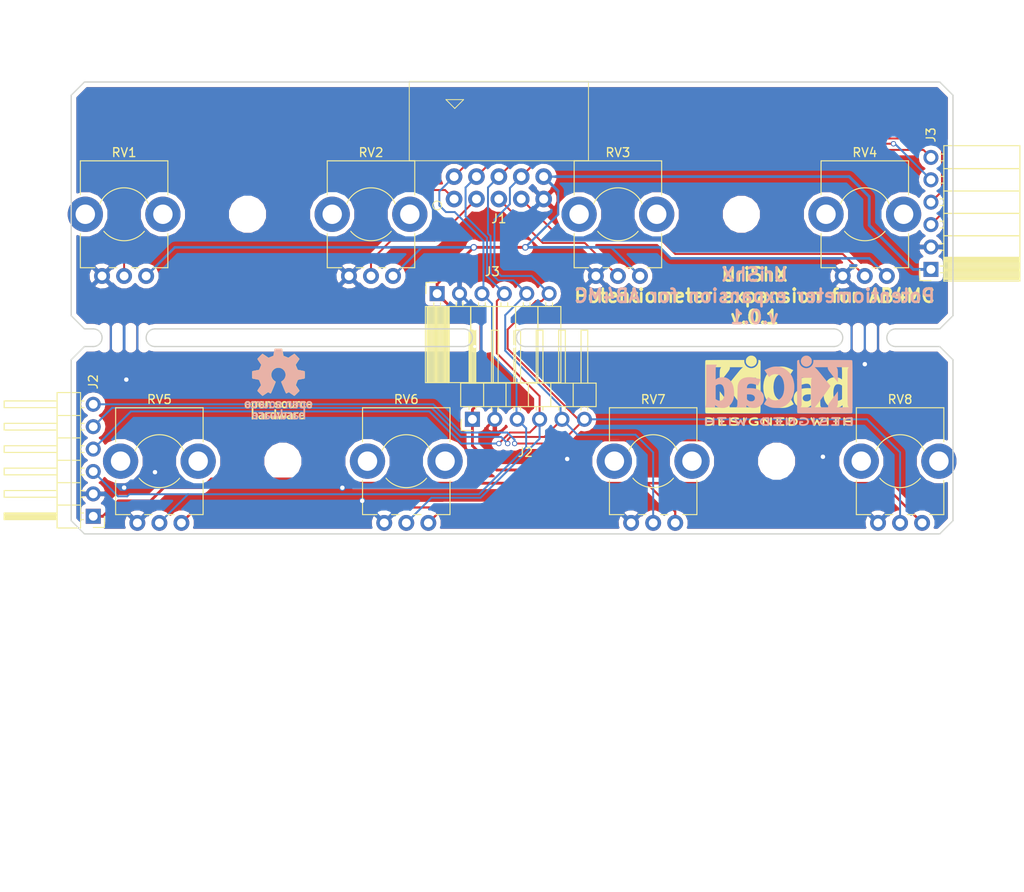
<source format=kicad_pcb>
(kicad_pcb (version 4) (host pcbnew 4.0.7-e2-6376~58~ubuntu16.04.1)
  (title_block (title "Potentiometer sub-board for AB4MC") (date 2018-08-14) (rev 0.1) (company URiShX) (comment 3 "Fitted to 100x100 sq."))
  (layers (0 F.Cu signal) (31 B.Cu signal) (34 B.Paste user) (35 F.Paste user) (36 B.SilkS user) (37 F.SilkS user) (38 B.Mask user) (39 F.Mask user) (44 Edge.Cuts user))
  (net 0 "")
  (net 1 "Net-(J1-Pad1)")
  (net 2 "Net-(J1-Pad2)")
  (net 3 "Net-(J1-Pad3)")
  (net 4 "Net-(J1-Pad4)")
  (net 5 "Net-(J1-Pad5)")
  (net 6 "Net-(J1-Pad6)")
  (net 7 "Net-(J1-Pad7)")
  (net 8 "Net-(J1-Pad8)")
  (net 9 GND)
  (net 10 VCC)
  (module Socket_Strips:Socket_Strip_Angled_1x06_Pitch2.54mm (layer F.Cu) (at 126.5 97.25 90)
    (fp_text reference J3 (at 2.5 6.25 180) (layer F.SilkS))
    (fp_text value Conn_01x06_Female hide)
    (pad 1 thru_hole rect (at 0 0 90) (size 1.7 1.7) (drill 1) (layers *.Cu *.Mask) (net 10 VCC))
    (pad 2 thru_hole oval (at 0 2.54 90) (size 1.7 1.7) (drill 1) (layers *.Cu *.Mask) (net 9 GND))
    (pad 3 thru_hole oval (at 0 5.08 90) (size 1.7 1.7) (drill 1) (layers *.Cu *.Mask) (net 2 "Net-(J1-Pad2)"))
    (pad 4 thru_hole oval (at 0 7.62 90) (size 1.7 1.7) (drill 1) (layers *.Cu *.Mask) (net 4 "Net-(J1-Pad4)"))
    (pad 5 thru_hole oval (at 0 10.16 90) (size 1.7 1.7) (drill 1) (layers *.Cu *.Mask) (net 6 "Net-(J1-Pad6)"))
    (pad 6 thru_hole oval (at 0 12.7 90) (size 1.7 1.7) (drill 1) (layers *.Cu *.Mask) (net 8 "Net-(J1-Pad8)"))
  )
  (module Pin_Headers:Pin_Header_Angled_1x06_Pitch2.54mm (layer F.Cu) (at 130.5 111.5 90)
    (fp_text reference J2 (at -3.75 6 180) (layer F.SilkS))
    (fp_text value Conn_01x06_Male hide)
    (pad 1 thru_hole rect (at 0 0 90) (size 1.7 1.7) (drill 1) (layers *.Cu *.Mask) (net 10 VCC))
    (pad 2 thru_hole oval (at 0 2.54 90) (size 1.7 1.7) (drill 1) (layers *.Cu *.Mask) (net 9 GND))
    (pad 3 thru_hole oval (at 0 5.08 90) (size 1.7 1.7) (drill 1) (layers *.Cu *.Mask) (net 2 "Net-(J1-Pad2)"))
    (pad 4 thru_hole oval (at 0 7.62 90) (size 1.7 1.7) (drill 1) (layers *.Cu *.Mask) (net 4 "Net-(J1-Pad4)"))
    (pad 5 thru_hole oval (at 0 10.16 90) (size 1.7 1.7) (drill 1) (layers *.Cu *.Mask) (net 6 "Net-(J1-Pad6)"))
    (pad 6 thru_hole oval (at 0 12.7 90) (size 1.7 1.7) (drill 1) (layers *.Cu *.Mask) (net 8 "Net-(J1-Pad8)"))
  )
  (module MyFootprintLib:Mouse_bites (layer F.Cu) (at 175 102.25)
    (fp_text reference REF** hide)
    (fp_text value "Mouse bites" hide)
    (pad "" np_thru_hole circle (at -2.25 -1) (size 0.35 0.35) (drill 0.35) (layers *.Cu *.Mask))
    (pad "" np_thru_hole circle (at -0.75 -1) (size 0.35 0.35) (drill 0.35) (layers *.Cu *.Mask))
    (pad "" np_thru_hole circle (at 0.75 -1) (size 0.35 0.35) (drill 0.35) (layers *.Cu *.Mask))
    (pad "" np_thru_hole circle (at 2.25 -1) (size 0.35 0.35) (drill 0.35) (layers *.Cu *.Mask))
    (pad "" np_thru_hole circle (at -2.25 1) (size 0.35 0.35) (drill 0.35) (layers *.Cu *.Mask))
    (pad "" np_thru_hole circle (at -0.75 1) (size 0.35 0.35) (drill 0.35) (layers *.Cu *.Mask))
    (pad "" np_thru_hole circle (at 0.75 1) (size 0.35 0.35) (drill 0.35) (layers *.Cu *.Mask))
    (pad "" np_thru_hole circle (at 2.25 1) (size 0.35 0.35) (drill 0.35) (layers *.Cu *.Mask))
  )
  (module 2X5-SHROUDED_rightAngle (layer F.Cu) (at 133.5 85.25 90)
    (fp_text reference J1 (at -3.5 0 180) (layer F.SilkS))
    (fp_text value Conn_02x05_Odd_Even hide)
    (pad 1 thru_hole circle (at -1.27 -5.08 90) (size 1.8796 1.8796) (drill 1.016) (layers *.Cu *.Mask) (net 1 "Net-(J1-Pad1)"))
    (pad 2 thru_hole circle (at 1.27 -5.08 90) (size 1.8796 1.8796) (drill 1.016) (layers *.Cu *.Mask) (net 2 "Net-(J1-Pad2)"))
    (pad 3 thru_hole circle (at -1.27 -2.54 90) (size 1.8796 1.8796) (drill 1.016) (layers *.Cu *.Mask) (net 3 "Net-(J1-Pad3)"))
    (pad 4 thru_hole circle (at 1.27 -2.54 90) (size 1.8796 1.8796) (drill 1.016) (layers *.Cu *.Mask) (net 4 "Net-(J1-Pad4)"))
    (pad 5 thru_hole circle (at -1.27 0 90) (size 1.8796 1.8796) (drill 1.016) (layers *.Cu *.Mask) (net 5 "Net-(J1-Pad5)"))
    (pad 6 thru_hole circle (at 1.27 0 90) (size 1.8796 1.8796) (drill 1.016) (layers *.Cu *.Mask) (net 6 "Net-(J1-Pad6)"))
    (pad 7 thru_hole circle (at -1.27 2.54 90) (size 1.8796 1.8796) (drill 1.016) (layers *.Cu *.Mask) (net 7 "Net-(J1-Pad7)"))
    (pad 8 thru_hole circle (at 1.27 2.54 90) (size 1.8796 1.8796) (drill 1.016) (layers *.Cu *.Mask) (net 8 "Net-(J1-Pad8)"))
    (pad 9 thru_hole circle (at -1.27 5.08 90) (size 1.8796 1.8796) (drill 1.016) (layers *.Cu *.Mask) (net 9 GND))
    (pad 10 thru_hole circle (at 1.27 5.08 90) (size 1.8796 1.8796) (drill 1.016) (layers *.Cu *.Mask) (net 10 VCC))
  )
  (module Mounting_Holes:MountingHole_3.2mm_M3 (layer F.Cu) (at 165 116.25)
    (fp_text reference REF** hide)
    (fp_text value MountingHole_3.2mm_M3 hide)
    (pad 1 np_thru_hole circle (at 0 0) (size 3.2 3.2) (drill 3.2) (layers *.Cu *.Mask))
  )
  (module Mounting_Holes:MountingHole_3.2mm_M3 (layer F.Cu) (at 161 88.25)
    (fp_text reference REF** hide)
    (fp_text value MountingHole_3.2mm_M3 hide)
    (pad 1 np_thru_hole circle (at 0 0) (size 3.2 3.2) (drill 3.2) (layers *.Cu *.Mask))
  )
  (module Mounting_Holes:MountingHole_3.2mm_M3 (layer F.Cu) (at 109 116.25)
    (fp_text reference REF** hide)
    (fp_text value MountingHole_3.2mm_M3 hide)
    (pad 1 np_thru_hole circle (at 0 0) (size 3.2 3.2) (drill 3.2) (layers *.Cu *.Mask))
  )
  (module Symbols:OSHW-Logo_7.5x8mm_SilkScreen (layer F.Cu) (at 108.5 107.5)
    (fp_text reference REF*** hide)
    (fp_text value OSHW-Logo_7.5x8mm_SilkScreen hide)
  )
  (module Symbols:KiCad-Logo2_8mm_SilkScreen (layer B.Cu) (at 165.25 108.25 180)
    (fp_text reference REF*** hide)
    (fp_text value KiCad-Logo2_8mm_SilkScreen hide)
  )
  (module MyFootprintLib:Mouse_bites (layer F.Cu) (at 91 102.25)
    (fp_text reference REF** hide)
    (fp_text value "Mouse bites" hide)
    (pad "" np_thru_hole circle (at -2.25 -1) (size 0.35 0.35) (drill 0.35) (layers *.Cu *.Mask))
    (pad "" np_thru_hole circle (at -0.75 -1) (size 0.35 0.35) (drill 0.35) (layers *.Cu *.Mask))
    (pad "" np_thru_hole circle (at 0.75 -1) (size 0.35 0.35) (drill 0.35) (layers *.Cu *.Mask))
    (pad "" np_thru_hole circle (at 2.25 -1) (size 0.35 0.35) (drill 0.35) (layers *.Cu *.Mask))
    (pad "" np_thru_hole circle (at -2.25 1) (size 0.35 0.35) (drill 0.35) (layers *.Cu *.Mask))
    (pad "" np_thru_hole circle (at -0.75 1) (size 0.35 0.35) (drill 0.35) (layers *.Cu *.Mask))
    (pad "" np_thru_hole circle (at 0.75 1) (size 0.35 0.35) (drill 0.35) (layers *.Cu *.Mask))
    (pad "" np_thru_hole circle (at 2.25 1) (size 0.35 0.35) (drill 0.35) (layers *.Cu *.Mask))
  )
  (module Pin_Headers:Pin_Header_Angled_1x06_Pitch2.54mm (layer F.Cu) (at 87.5 122.5 180)
    (fp_text reference J2 (at 0 15.25 270) (layer F.SilkS))
    (fp_text value Conn_01x06_Male hide)
    (pad 1 thru_hole rect (at 0 0 180) (size 1.7 1.7) (drill 1) (layers *.Cu *.Mask) (net 10 VCC))
    (pad 2 thru_hole oval (at 0 2.54 180) (size 1.7 1.7) (drill 1) (layers *.Cu *.Mask) (net 9 GND))
    (pad 3 thru_hole oval (at 0 5.08 180) (size 1.7 1.7) (drill 1) (layers *.Cu *.Mask) (net 2 "Net-(J1-Pad2)"))
    (pad 4 thru_hole oval (at 0 7.62 180) (size 1.7 1.7) (drill 1) (layers *.Cu *.Mask) (net 4 "Net-(J1-Pad4)"))
    (pad 5 thru_hole oval (at 0 10.16 180) (size 1.7 1.7) (drill 1) (layers *.Cu *.Mask) (net 6 "Net-(J1-Pad6)"))
    (pad 6 thru_hole oval (at 0 12.7 180) (size 1.7 1.7) (drill 1) (layers *.Cu *.Mask) (net 8 "Net-(J1-Pad8)"))
  )
  (module Socket_Strips:Socket_Strip_Angled_1x06_Pitch2.54mm (layer F.Cu) (at 182.5 94.5 180)
    (fp_text reference J3 (at 0 15.25 270) (layer F.SilkS))
    (fp_text value Conn_01x06_Female hide)
    (pad 1 thru_hole rect (at 0 0 180) (size 1.7 1.7) (drill 1) (layers *.Cu *.Mask) (net 10 VCC))
    (pad 2 thru_hole oval (at 0 2.54 180) (size 1.7 1.7) (drill 1) (layers *.Cu *.Mask) (net 9 GND))
    (pad 3 thru_hole oval (at 0 5.08 180) (size 1.7 1.7) (drill 1) (layers *.Cu *.Mask) (net 2 "Net-(J1-Pad2)"))
    (pad 4 thru_hole oval (at 0 7.62 180) (size 1.7 1.7) (drill 1) (layers *.Cu *.Mask) (net 4 "Net-(J1-Pad4)"))
    (pad 5 thru_hole oval (at 0 10.16 180) (size 1.7 1.7) (drill 1) (layers *.Cu *.Mask) (net 6 "Net-(J1-Pad6)"))
    (pad 6 thru_hole oval (at 0 12.7 180) (size 1.7 1.7) (drill 1) (layers *.Cu *.Mask) (net 8 "Net-(J1-Pad8)"))
  )
  (module MyFootprintLib:Potentiometer_Bourns_PTV09A_Horizontal (layer F.Cu) (at 91 95.25 90)
    (fp_text reference RV1 (at 14 0 180) (layer F.SilkS))
    (fp_text value 10k_B hide)
    (pad 1 thru_hole circle (at 0 -2.5 90) (size 1.8 1.8) (drill 1) (layers *.Cu *.Mask) (net 9 GND))
    (pad 2 thru_hole circle (at 0 0 90) (size 1.8 1.8) (drill 1) (layers *.Cu *.Mask) (net 1 "Net-(J1-Pad1)"))
    (pad 3 thru_hole circle (at 0 2.5 90) (size 1.8 1.8) (drill 1) (layers *.Cu *.Mask) (net 10 VCC))
    (pad "" np_thru_hole circle (at 7 -4.4 90) (size 4 4) (drill 2.2) (layers *.Cu *.Mask))
    (pad "" np_thru_hole circle (at 7 4.4 90) (size 4 4) (drill 2.2) (layers *.Cu *.Mask))
  )
  (module MyFootprintLib:Potentiometer_Bourns_PTV09A_Horizontal (layer F.Cu) (at 119 95.25 90)
    (fp_text reference RV2 (at 14 0 180) (layer F.SilkS))
    (fp_text value 10k_B hide)
    (pad 1 thru_hole circle (at 0 -2.5 90) (size 1.8 1.8) (drill 1) (layers *.Cu *.Mask) (net 9 GND))
    (pad 2 thru_hole circle (at 0 0 90) (size 1.8 1.8) (drill 1) (layers *.Cu *.Mask) (net 3 "Net-(J1-Pad3)"))
    (pad 3 thru_hole circle (at 0 2.5 90) (size 1.8 1.8) (drill 1) (layers *.Cu *.Mask) (net 10 VCC))
    (pad "" np_thru_hole circle (at 7 -4.4 90) (size 4 4) (drill 2.2) (layers *.Cu *.Mask))
    (pad "" np_thru_hole circle (at 7 4.4 90) (size 4 4) (drill 2.2) (layers *.Cu *.Mask))
  )
  (module MyFootprintLib:Potentiometer_Bourns_PTV09A_Horizontal (layer F.Cu) (at 147 95.25 90)
    (fp_text reference RV3 (at 14 0 180) (layer F.SilkS))
    (fp_text value 10k_B hide)
    (pad 1 thru_hole circle (at 0 -2.5 90) (size 1.8 1.8) (drill 1) (layers *.Cu *.Mask) (net 9 GND))
    (pad 2 thru_hole circle (at 0 0 90) (size 1.8 1.8) (drill 1) (layers *.Cu *.Mask) (net 5 "Net-(J1-Pad5)"))
    (pad 3 thru_hole circle (at 0 2.5 90) (size 1.8 1.8) (drill 1) (layers *.Cu *.Mask) (net 10 VCC))
    (pad "" np_thru_hole circle (at 7 -4.4 90) (size 4 4) (drill 2.2) (layers *.Cu *.Mask))
    (pad "" np_thru_hole circle (at 7 4.4 90) (size 4 4) (drill 2.2) (layers *.Cu *.Mask))
  )
  (module MyFootprintLib:Potentiometer_Bourns_PTV09A_Horizontal (layer F.Cu) (at 175 95.25 90)
    (fp_text reference RV4 (at 14 0 180) (layer F.SilkS))
    (fp_text value 10k_B hide)
    (pad 1 thru_hole circle (at 0 -2.5 90) (size 1.8 1.8) (drill 1) (layers *.Cu *.Mask) (net 9 GND))
    (pad 2 thru_hole circle (at 0 0 90) (size 1.8 1.8) (drill 1) (layers *.Cu *.Mask) (net 7 "Net-(J1-Pad7)"))
    (pad 3 thru_hole circle (at 0 2.5 90) (size 1.8 1.8) (drill 1) (layers *.Cu *.Mask) (net 10 VCC))
    (pad "" np_thru_hole circle (at 7 -4.4 90) (size 4 4) (drill 2.2) (layers *.Cu *.Mask))
    (pad "" np_thru_hole circle (at 7 4.4 90) (size 4 4) (drill 2.2) (layers *.Cu *.Mask))
  )
  (module MyFootprintLib:Potentiometer_Bourns_PTV09A_Horizontal (layer F.Cu) (at 95 123.25 90)
    (fp_text reference RV5 (at 14 0 180) (layer F.SilkS))
    (fp_text value 10k_B hide)
    (pad 1 thru_hole circle (at 0 -2.5 90) (size 1.8 1.8) (drill 1) (layers *.Cu *.Mask) (net 9 GND))
    (pad 2 thru_hole circle (at 0 0 90) (size 1.8 1.8) (drill 1) (layers *.Cu *.Mask) (net 2 "Net-(J1-Pad2)"))
    (pad 3 thru_hole circle (at 0 2.5 90) (size 1.8 1.8) (drill 1) (layers *.Cu *.Mask) (net 10 VCC))
    (pad "" np_thru_hole circle (at 7 -4.4 90) (size 4 4) (drill 2.2) (layers *.Cu *.Mask))
    (pad "" np_thru_hole circle (at 7 4.4 90) (size 4 4) (drill 2.2) (layers *.Cu *.Mask))
  )
  (module MyFootprintLib:Potentiometer_Bourns_PTV09A_Horizontal (layer F.Cu) (at 123 123.25 90)
    (fp_text reference RV6 (at 14 0 180) (layer F.SilkS))
    (fp_text value 10k_B hide)
    (pad 1 thru_hole circle (at 0 -2.5 90) (size 1.8 1.8) (drill 1) (layers *.Cu *.Mask) (net 9 GND))
    (pad 2 thru_hole circle (at 0 0 90) (size 1.8 1.8) (drill 1) (layers *.Cu *.Mask) (net 4 "Net-(J1-Pad4)"))
    (pad 3 thru_hole circle (at 0 2.5 90) (size 1.8 1.8) (drill 1) (layers *.Cu *.Mask) (net 10 VCC))
    (pad "" np_thru_hole circle (at 7 -4.4 90) (size 4 4) (drill 2.2) (layers *.Cu *.Mask))
    (pad "" np_thru_hole circle (at 7 4.4 90) (size 4 4) (drill 2.2) (layers *.Cu *.Mask))
  )
  (module MyFootprintLib:Potentiometer_Bourns_PTV09A_Horizontal (layer F.Cu) (at 151 123.25 90)
    (fp_text reference RV7 (at 14 0 180) (layer F.SilkS))
    (fp_text value 10k_B hide)
    (pad 1 thru_hole circle (at 0 -2.5 90) (size 1.8 1.8) (drill 1) (layers *.Cu *.Mask) (net 9 GND))
    (pad 2 thru_hole circle (at 0 0 90) (size 1.8 1.8) (drill 1) (layers *.Cu *.Mask) (net 6 "Net-(J1-Pad6)"))
    (pad 3 thru_hole circle (at 0 2.5 90) (size 1.8 1.8) (drill 1) (layers *.Cu *.Mask) (net 10 VCC))
    (pad "" np_thru_hole circle (at 7 -4.4 90) (size 4 4) (drill 2.2) (layers *.Cu *.Mask))
    (pad "" np_thru_hole circle (at 7 4.4 90) (size 4 4) (drill 2.2) (layers *.Cu *.Mask))
  )
  (module MyFootprintLib:Potentiometer_Bourns_PTV09A_Horizontal (layer F.Cu) (at 179 123.25 90)
    (fp_text reference RV8 (at 14 0 180) (layer F.SilkS))
    (fp_text value 10k_B hide)
    (pad 1 thru_hole circle (at 0 -2.5 90) (size 1.8 1.8) (drill 1) (layers *.Cu *.Mask) (net 9 GND))
    (pad 2 thru_hole circle (at 0 0 90) (size 1.8 1.8) (drill 1) (layers *.Cu *.Mask) (net 8 "Net-(J1-Pad8)"))
    (pad 3 thru_hole circle (at 0 2.5 90) (size 1.8 1.8) (drill 1) (layers *.Cu *.Mask) (net 10 VCC))
    (pad "" np_thru_hole circle (at 7 -4.4 90) (size 4 4) (drill 2.2) (layers *.Cu *.Mask))
    (pad "" np_thru_hole circle (at 7 4.4 90) (size 4 4) (drill 2.2) (layers *.Cu *.Mask))
  )
  (module MyFootprintLib:Mouse_bites (layer F.Cu) (at 133 102.25)
    (fp_text reference REF** hide)
    (fp_text value "Mouse bites" hide)
    (pad "" np_thru_hole circle (at -2.25 -1) (size 0.35 0.35) (drill 0.35) (layers *.Cu *.Mask))
    (pad "" np_thru_hole circle (at -0.75 -1) (size 0.35 0.35) (drill 0.35) (layers *.Cu *.Mask))
    (pad "" np_thru_hole circle (at 0.75 -1) (size 0.35 0.35) (drill 0.35) (layers *.Cu *.Mask))
    (pad "" np_thru_hole circle (at 2.25 -1) (size 0.35 0.35) (drill 0.35) (layers *.Cu *.Mask))
    (pad "" np_thru_hole circle (at -2.25 1) (size 0.35 0.35) (drill 0.35) (layers *.Cu *.Mask))
    (pad "" np_thru_hole circle (at -0.75 1) (size 0.35 0.35) (drill 0.35) (layers *.Cu *.Mask))
    (pad "" np_thru_hole circle (at 0.75 1) (size 0.35 0.35) (drill 0.35) (layers *.Cu *.Mask))
    (pad "" np_thru_hole circle (at 2.25 1) (size 0.35 0.35) (drill 0.35) (layers *.Cu *.Mask))
  )
  (module Symbols:OSHW-Logo_7.5x8mm_SilkScreen (layer B.Cu) (at 108.5 107.5 180)
    (fp_text reference REF*** hide)
    (fp_text value OSHW-Logo_7.5x8mm_SilkScreen hide)
  )
  (module Symbols:KiCad-Logo2_8mm_SilkScreen (layer F.Cu) (at 165.25 108.25)
    (fp_text reference REF*** hide)
    (fp_text value KiCad-Logo2_8mm_SilkScreen hide)
  )
  (module Mounting_Holes:MountingHole_3.2mm_M3 (layer F.Cu) (at 105 88.25)
    (fp_text reference REF** hide)
    (fp_text value MountingHole_3.2mm_M3 hide)
    (pad 1 np_thru_hole circle (at 0 0) (size 3.2 3.2) (drill 3.2) (layers *.Cu *.Mask))
  )
  (gr_arc (start 178.5 102.25) (end 178.5 103.25) (angle 180) (layer Edge.Cuts) (width 0.15))
  (gr_arc (start 171.5 102.25) (end 171.5 101.25) (angle 180) (layer Edge.Cuts) (width 0.15))
  (gr_arc (start 136.5 102.25) (end 136.5 103.25) (angle 180) (layer Edge.Cuts) (width 0.15))
  (gr_arc (start 129.5 102.25) (end 129.5 101.25) (angle 180) (layer Edge.Cuts) (width 0.15))
  (gr_arc (start 94.5 102.25) (end 94.5 103.25) (angle 180) (layer Edge.Cuts) (width 0.15))
  (gr_arc (start 87.5 102.25) (end 87.5 101.25) (angle 180) (layer Edge.Cuts) (width 0.15))
  (gr_line (start 129.5 103.25) (end 94.5 103.25) (angle 90) (layer Edge.Cuts) (width 0.15))
  (gr_line (start 94.5 101.25) (end 129.5 101.25) (angle 90) (layer Edge.Cuts) (width 0.15))
  (gr_line (start 136.5 103.25) (end 171.5 103.25) (angle 90) (layer Edge.Cuts) (width 0.15))
  (gr_line (start 171.5 101.25) (end 136.5 101.25) (angle 90) (layer Edge.Cuts) (width 0.15))
  (gr_line (start 183.5 101.25) (end 178.5 101.25) (angle 90) (layer Edge.Cuts) (width 0.15))
  (gr_line (start 185 99.75) (end 183.5 101.25) (angle 90) (layer Edge.Cuts) (width 0.15))
  (gr_line (start 185 74.75) (end 185 99.75) (angle 90) (layer Edge.Cuts) (width 0.15))
  (gr_line (start 183.5 73.25) (end 185 74.75) (angle 90) (layer Edge.Cuts) (width 0.15))
  (gr_line (start 86.5 73.25) (end 183.5 73.25) (angle 90) (layer Edge.Cuts) (width 0.15))
  (gr_line (start 85 74.75) (end 86.5 73.25) (angle 90) (layer Edge.Cuts) (width 0.15))
  (gr_line (start 85 99.75) (end 85 74.75) (angle 90) (layer Edge.Cuts) (width 0.15))
  (gr_line (start 86.5 101.25) (end 85 99.75) (angle 90) (layer Edge.Cuts) (width 0.15))
  (gr_line (start 87.5 101.25) (end 86.5 101.25) (angle 90) (layer Edge.Cuts) (width 0.15))
  (gr_line (start 86.5 103.25) (end 87.5 103.25) (angle 90) (layer Edge.Cuts) (width 0.15))
  (gr_line (start 85 104.75) (end 86.5 103.25) (angle 90) (layer Edge.Cuts) (width 0.15))
  (gr_line (start 85 123) (end 85 104.75) (angle 90) (layer Edge.Cuts) (width 0.15))
  (gr_line (start 183.5 103.25) (end 178.5 103.25) (angle 90) (layer Edge.Cuts) (width 0.15))
  (gr_line (start 185 104.75) (end 183.5 103.25) (angle 90) (layer Edge.Cuts) (width 0.15))
  (gr_line (start 185 123) (end 185 104.75) (angle 90) (layer Edge.Cuts) (width 0.15))
  (gr_line (start 183.5 124.5) (end 185 123) (angle 90) (layer Edge.Cuts) (width 0.15))
  (gr_line (start 86.5 124.5) (end 183.5 124.5) (angle 90) (layer Edge.Cuts) (width 0.15))
  (gr_line (start 85 123) (end 86.5 124.5) (angle 90) (layer Edge.Cuts) (width 0.15))
  (gr_text "UriShX\nPotentiometer expansion for AB4MC\nv.0.1" (at 162.5 97.5) (layer F.SilkS) (effects (font (size 1.5 1.5) (thickness 0.3))))
  (gr_text "UriShX\nPotentiometer expansion for AB4MC\nv.0.1" (at 162.5 97.5) (layer B.SilkS) (effects (font (size 1.5 1.5) (thickness 0.3)) (justify mirror)))
  (segment (start 128.42 86.52) (end 127.4 85.5) (width 0.22) (layer F.Cu) (net 1))
  (segment (start 127.4 85.5) (end 92.5 85.5) (width 0.22) (layer F.Cu) (net 1))
  (segment (start 91 87) (end 91 95.25) (width 0.22) (layer F.Cu) (net 1))
  (segment (start 92.5 85.5) (end 91 87) (width 0.22) (layer F.Cu) (net 1))
  (segment (start 90.315002 120.235002) (end 91.352802 120.235002) (width 0.22) (layer B.Cu) (net 2))
  (segment (start 87.5 117.42) (end 90.315002 120.235002) (width 0.22) (layer B.Cu) (net 2))
  (segment (start 91.587804 120) (end 98.25 120) (width 0.22) (layer B.Cu) (net 2))
  (segment (start 91.352802 120.235002) (end 91.587804 120) (width 0.22) (layer B.Cu) (net 2))
  (segment (start 135.58 111.5) (end 136.595001 112.515001) (width 0.22) (layer B.Cu) (net 2))
  (segment (start 136.595001 112.515001) (end 136.595001 114.654999) (width 0.22) (layer B.Cu) (net 2))
  (segment (start 136.595001 114.654999) (end 131.25 120) (width 0.22) (layer B.Cu) (net 2))
  (segment (start 131.25 120) (end 98.25 120) (width 0.22) (layer B.Cu) (net 2))
  (segment (start 98.25 120) (end 95 123.25) (width 0.22) (layer B.Cu) (net 2))
  (segment (start 128.42 83.98) (end 126.75 85.65) (width 0.22) (layer B.Cu) (net 2))
  (segment (start 126.75 85.65) (end 126.75 87.25) (width 0.22) (layer B.Cu) (net 2))
  (segment (start 131.58 97.08) (end 131.58 97.25) (width 0.22) (layer B.Cu) (net 2))
  (segment (start 126.75 87.25) (end 127.5 88) (width 0.22) (layer B.Cu) (net 2))
  (segment (start 127.5 88) (end 128.5 88) (width 0.22) (layer B.Cu) (net 2))
  (segment (start 128.5 88) (end 131.75 91.25) (width 0.22) (layer B.Cu) (net 2))
  (segment (start 131.75 91.25) (end 131.75 96.91) (width 0.22) (layer B.Cu) (net 2))
  (segment (start 131.75 96.91) (end 131.58 97.08) (width 0.22) (layer B.Cu) (net 2))
  (segment (start 131.58 97.25) (end 132.720001 98.390001) (width 0.22) (layer B.Cu) (net 2))
  (segment (start 132.720001 98.390001) (end 132.720001 104.220001) (width 0.22) (layer B.Cu) (net 2))
  (segment (start 132.720001 104.220001) (end 135.5 107) (width 0.22) (layer B.Cu) (net 2))
  (segment (start 135.5 107) (end 135.5 111.42) (width 0.22) (layer B.Cu) (net 2))
  (segment (start 135.5 111.42) (end 135.58 111.5) (width 0.22) (layer B.Cu) (net 2))
  (segment (start 133.15 79.25) (end 129.359799 83.040201) (width 0.22) (layer F.Cu) (net 2))
  (segment (start 184.155011 87.764989) (end 184.155011 80.614869) (width 0.22) (layer F.Cu) (net 2))
  (segment (start 182.790142 79.25) (end 133.15 79.25) (width 0.22) (layer F.Cu) (net 2))
  (segment (start 182.5 89.42) (end 184.155011 87.764989) (width 0.22) (layer F.Cu) (net 2))
  (segment (start 184.155011 80.614869) (end 182.790142 79.25) (width 0.22) (layer F.Cu) (net 2))
  (segment (start 129.359799 83.040201) (end 128.42 83.98) (width 0.22) (layer F.Cu) (net 2))
  (segment (start 130.96 86.52) (end 126.23 91.25) (width 0.22) (layer F.Cu) (net 3))
  (segment (start 121.25 91.25) (end 119 93.5) (width 0.22) (layer F.Cu) (net 3))
  (segment (start 126.23 91.25) (end 121.25 91.25) (width 0.22) (layer F.Cu) (net 3))
  (segment (start 119 93.5) (end 119 95.25) (width 0.22) (layer F.Cu) (net 3))
  (segment (start 125.844989 120.405011) (end 123.899999 122.350001) (width 0.22) (layer B.Cu) (net 4))
  (segment (start 131.417761 120.405011) (end 125.844989 120.405011) (width 0.22) (layer B.Cu) (net 4))
  (segment (start 138.12 113.702772) (end 131.417761 120.405011) (width 0.22) (layer B.Cu) (net 4))
  (segment (start 138.12 111.5) (end 138.12 113.702772) (width 0.22) (layer B.Cu) (net 4))
  (segment (start 123.899999 122.350001) (end 123 123.25) (width 0.22) (layer B.Cu) (net 4))
  (segment (start 133.270001 96.400001) (end 134.12 97.25) (width 0.22) (layer B.Cu) (net 4))
  (segment (start 132.155011 90.905011) (end 132.155011 95.285011) (width 0.22) (layer B.Cu) (net 4))
  (segment (start 129.725199 85.214801) (end 129.725199 88.475199) (width 0.22) (layer B.Cu) (net 4))
  (segment (start 129.725199 88.475199) (end 132.155011 90.905011) (width 0.22) (layer B.Cu) (net 4))
  (segment (start 130.96 83.98) (end 129.725199 85.214801) (width 0.22) (layer B.Cu) (net 4))
  (segment (start 132.155011 95.285011) (end 133.270001 96.400001) (width 0.22) (layer B.Cu) (net 4))
  (segment (start 129.25 114.25) (end 133.075736 114.25) (width 0.22) (layer B.Cu) (net 4))
  (segment (start 133.075736 114.25) (end 133.5 114.25) (width 0.22) (layer B.Cu) (net 4))
  (segment (start 91.769978 110.610022) (end 125.610022 110.610022) (width 0.22) (layer B.Cu) (net 4))
  (segment (start 87.5 114.88) (end 91.769978 110.610022) (width 0.22) (layer B.Cu) (net 4))
  (segment (start 125.610022 110.610022) (end 129.25 114.25) (width 0.22) (layer B.Cu) (net 4))
  (segment (start 138.12 111.5) (end 138.12 108.87) (width 0.22) (layer F.Cu) (net 4))
  (segment (start 138.12 108.87) (end 133.270001 104.020001) (width 0.22) (layer F.Cu) (net 4))
  (segment (start 133.270001 104.020001) (end 133.270001 98.099999) (width 0.22) (layer F.Cu) (net 4))
  (segment (start 133.270001 98.099999) (end 134.12 97.25) (width 0.22) (layer F.Cu) (net 4))
  (segment (start 133.5 114.25) (end 134.75 113) (width 0.22) (layer F.Cu) (net 4))
  (segment (start 138.12 111.88) (end 138.12 111.5) (width 0.22) (layer F.Cu) (net 4))
  (segment (start 134.75 113) (end 137 113) (width 0.22) (layer F.Cu) (net 4))
  (segment (start 137 113) (end 138.12 111.88) (width 0.22) (layer F.Cu) (net 4))
  (via (at 133.5 114.25) (size 0.6) (drill 0.4) (layers F.Cu B.Cu) (net 4))
  (segment (start 183.349999 86.030001) (end 182.5 86.88) (width 0.22) (layer F.Cu) (net 4))
  (segment (start 183.75 85.63) (end 183.349999 86.030001) (width 0.22) (layer F.Cu) (net 4))
  (segment (start 183.75 81) (end 183.75 85.63) (width 0.22) (layer F.Cu) (net 4))
  (segment (start 182.405011 79.655011) (end 183.75 81) (width 0.22) (layer F.Cu) (net 4))
  (segment (start 135.284989 79.655011) (end 182.405011 79.655011) (width 0.22) (layer F.Cu) (net 4))
  (segment (start 130.96 83.98) (end 135.284989 79.655011) (width 0.22) (layer F.Cu) (net 4))
  (segment (start 147 95.25) (end 143.25 91.5) (width 0.22) (layer F.Cu) (net 5))
  (segment (start 143.25 91.5) (end 138.48 91.5) (width 0.22) (layer F.Cu) (net 5))
  (segment (start 138.48 91.5) (end 134.439799 87.459799) (width 0.22) (layer F.Cu) (net 5))
  (segment (start 134.439799 87.459799) (end 133.5 86.52) (width 0.22) (layer F.Cu) (net 5))
  (segment (start 133.5 83.98) (end 132.265199 85.214801) (width 0.22) (layer B.Cu) (net 6))
  (segment (start 132.265199 85.214801) (end 132.265199 90.442427) (width 0.22) (layer B.Cu) (net 6))
  (segment (start 132.265199 90.442427) (end 132.560022 90.73725) (width 0.22) (layer B.Cu) (net 6))
  (segment (start 132.560022 90.73725) (end 132.560022 94.882794) (width 0.22) (layer B.Cu) (net 6))
  (segment (start 132.560022 94.882794) (end 133.427228 95.75) (width 0.22) (layer B.Cu) (net 6))
  (segment (start 133.427228 95.75) (end 135.16 95.75) (width 0.22) (layer B.Cu) (net 6))
  (segment (start 135.16 95.75) (end 135.810001 96.400001) (width 0.22) (layer B.Cu) (net 6))
  (segment (start 135.810001 96.400001) (end 136.66 97.25) (width 0.22) (layer B.Cu) (net 6))
  (segment (start 133.75 113.5) (end 134.200001 113.950001) (width 0.22) (layer B.Cu) (net 6))
  (segment (start 129.177228 113.5) (end 133.75 113.5) (width 0.22) (layer B.Cu) (net 6))
  (segment (start 125.882239 110.205011) (end 129.177228 113.5) (width 0.22) (layer B.Cu) (net 6))
  (segment (start 89.634989 110.205011) (end 125.882239 110.205011) (width 0.22) (layer B.Cu) (net 6))
  (segment (start 134.200001 113.950001) (end 134.5 114.25) (width 0.22) (layer B.Cu) (net 6))
  (segment (start 87.5 112.34) (end 89.634989 110.205011) (width 0.22) (layer B.Cu) (net 6))
  (segment (start 136.66 97.25) (end 134.220001 99.689999) (width 0.22) (layer B.Cu) (net 6))
  (segment (start 140.5 111.34) (end 140.66 111.5) (width 0.22) (layer B.Cu) (net 6))
  (segment (start 134.220001 99.689999) (end 134.220001 103.720001) (width 0.22) (layer B.Cu) (net 6))
  (segment (start 134.220001 103.720001) (end 140.5 110) (width 0.22) (layer B.Cu) (net 6))
  (segment (start 140.5 110) (end 140.5 111.34) (width 0.22) (layer B.Cu) (net 6))
  (segment (start 140.66 111.5) (end 138.66 113.5) (width 0.22) (layer F.Cu) (net 6))
  (segment (start 138.66 113.5) (end 134.825736 113.5) (width 0.22) (layer F.Cu) (net 6))
  (segment (start 134.825736 113.5) (end 134.5 113.825736) (width 0.22) (layer F.Cu) (net 6))
  (segment (start 134.5 113.825736) (end 134.5 114.25) (width 0.22) (layer F.Cu) (net 6))
  (via (at 134.5 114.25) (size 0.6) (drill 0.4) (layers F.Cu B.Cu) (net 6))
  (segment (start 151 123.25) (end 151 115.25) (width 0.22) (layer B.Cu) (net 6))
  (segment (start 151 115.25) (end 149 113.25) (width 0.22) (layer B.Cu) (net 6))
  (segment (start 149 113.25) (end 142.41 113.25) (width 0.22) (layer B.Cu) (net 6))
  (segment (start 142.41 113.25) (end 140.66 111.5) (width 0.22) (layer B.Cu) (net 6))
  (segment (start 137.229979 80.250021) (end 177.825736 80.250021) (width 0.22) (layer F.Cu) (net 6))
  (segment (start 133.5 83.98) (end 137.229979 80.250021) (width 0.22) (layer F.Cu) (net 6))
  (segment (start 177.825736 80.250021) (end 178.25 80.250021) (width 0.22) (layer F.Cu) (net 6))
  (segment (start 182.5 84.34) (end 178.410021 80.250021) (width 0.22) (layer B.Cu) (net 6))
  (via (at 178.25 80.250021) (size 0.6) (drill 0.4) (layers F.Cu B.Cu) (net 6))
  (segment (start 178.410021 80.250021) (end 178.25 80.250021) (width 0.22) (layer B.Cu) (net 6))
  (segment (start 136.04 86.52) (end 139.77 90.25) (width 0.22) (layer F.Cu) (net 7))
  (segment (start 139.77 90.25) (end 139.77 90.27) (width 0.22) (layer F.Cu) (net 7))
  (segment (start 139.77 90.27) (end 140.5 91) (width 0.22) (layer F.Cu) (net 7))
  (segment (start 140.5 91) (end 151.75 91) (width 0.22) (layer F.Cu) (net 7))
  (segment (start 151.75 91) (end 153.5 92.75) (width 0.22) (layer F.Cu) (net 7))
  (segment (start 153.5 92.75) (end 172.5 92.75) (width 0.22) (layer F.Cu) (net 7))
  (segment (start 172.5 92.75) (end 175 95.25) (width 0.22) (layer F.Cu) (net 7))
  (segment (start 136.04 83.98) (end 134.75 85.27) (width 0.22) (layer B.Cu) (net 8))
  (segment (start 134.75 85.27) (end 134.75 87.097506) (width 0.22) (layer B.Cu) (net 8))
  (segment (start 134.75 87.097506) (end 133 88.847506) (width 0.22) (layer B.Cu) (net 8))
  (segment (start 133 88.847506) (end 133 94.5) (width 0.22) (layer B.Cu) (net 8))
  (segment (start 137.2 95.25) (end 138.350001 96.400001) (width 0.22) (layer B.Cu) (net 8))
  (segment (start 133 94.5) (end 133.75 95.25) (width 0.22) (layer B.Cu) (net 8))
  (segment (start 133.75 95.25) (end 137.2 95.25) (width 0.22) (layer B.Cu) (net 8))
  (segment (start 138.350001 96.400001) (end 139.2 97.25) (width 0.22) (layer B.Cu) (net 8))
  (segment (start 87.5 109.8) (end 126.05 109.8) (width 0.22) (layer B.Cu) (net 8))
  (segment (start 126.05 109.8) (end 129.25 113) (width 0.22) (layer B.Cu) (net 8))
  (segment (start 129.25 113) (end 134.459277 113) (width 0.22) (layer B.Cu) (net 8))
  (segment (start 134.459277 113) (end 135.285013 113.825736) (width 0.22) (layer B.Cu) (net 8))
  (segment (start 135.285013 113.825736) (end 135.285013 114.25) (width 0.22) (layer B.Cu) (net 8))
  (segment (start 139.2 97.25) (end 138.350001 98.099999) (width 0.22) (layer F.Cu) (net 8))
  (segment (start 138.350001 98.099999) (end 137.704399 98.099999) (width 0.22) (layer F.Cu) (net 8))
  (segment (start 137.704399 98.099999) (end 134.5 101.304398) (width 0.22) (layer F.Cu) (net 8))
  (segment (start 134.5 101.304398) (end 134.5 103.5) (width 0.22) (layer F.Cu) (net 8))
  (segment (start 134.5 103.5) (end 142.5 111.5) (width 0.22) (layer F.Cu) (net 8))
  (segment (start 142.5 111.5) (end 143.2 111.5) (width 0.22) (layer F.Cu) (net 8))
  (segment (start 135.709277 114.25) (end 135.285013 114.25) (width 0.22) (layer F.Cu) (net 8))
  (segment (start 140.45 114.25) (end 135.709277 114.25) (width 0.22) (layer F.Cu) (net 8))
  (segment (start 143.2 111.5) (end 140.45 114.25) (width 0.22) (layer F.Cu) (net 8))
  (via (at 135.285013 114.25) (size 0.6) (drill 0.4) (layers F.Cu B.Cu) (net 8))
  (segment (start 143.2 111.5) (end 175.25 111.5) (width 0.22) (layer B.Cu) (net 8))
  (segment (start 175.25 111.5) (end 179 115.25) (width 0.22) (layer B.Cu) (net 8))
  (segment (start 179 115.25) (end 179 123.25) (width 0.22) (layer B.Cu) (net 8))
  (segment (start 136.979799 83.040201) (end 136.04 83.98) (width 0.22) (layer F.Cu) (net 8))
  (segment (start 181.650001 80.950001) (end 139.069999 80.950001) (width 0.22) (layer F.Cu) (net 8))
  (segment (start 182.5 81.8) (end 181.650001 80.950001) (width 0.22) (layer F.Cu) (net 8))
  (segment (start 139.069999 80.950001) (end 136.979799 83.040201) (width 0.22) (layer F.Cu) (net 8))
  (segment (start 117.25 122.25) (end 116.75 122.75) (width 0.275) (layer F.Cu) (net 9))
  (segment (start 119.5 122.25) (end 117.25 122.25) (width 0.275) (layer F.Cu) (net 9))
  (segment (start 120.5 123.25) (end 119.5 122.25) (width 0.275) (layer F.Cu) (net 9))
  (segment (start 91.374999 118.875001) (end 91 119.25) (width 0.32) (layer B.Cu) (net 9))
  (segment (start 91.75 118.5) (end 91.374999 118.875001) (width 0.32) (layer B.Cu) (net 9))
  (segment (start 90.625001 119.624999) (end 91 119.25) (width 0.32) (layer F.Cu) (net 9))
  (segment (start 90.29 119.96) (end 90.625001 119.624999) (width 0.32) (layer F.Cu) (net 9))
  (segment (start 87.5 119.96) (end 90.29 119.96) (width 0.32) (layer F.Cu) (net 9))
  (segment (start 91.865002 118.5) (end 91.75 118.5) (width 0.32) (layer B.Cu) (net 9))
  (via (at 91 119.25) (size 0.75) (drill 0.5) (layers F.Cu B.Cu) (net 9))
  (segment (start 131.300001 99.510001) (end 131.5 99.71) (width 0.32) (layer B.Cu) (net 9))
  (segment (start 131.5 99.71) (end 131.5 108.100002) (width 0.32) (layer B.Cu) (net 9))
  (segment (start 131.5 108.100002) (end 131.300001 108.300001) (width 0.32) (layer B.Cu) (net 9))
  (segment (start 91.865002 118.5) (end 93.5 118.5) (width 0.32) (layer B.Cu) (net 9))
  (segment (start 93.5 118.5) (end 94.5 117.5) (width 0.32) (layer B.Cu) (net 9))
  (segment (start 91.25 105) (end 92.5 103.75) (width 0.25) (layer B.Cu) (net 9))
  (segment (start 92.5 103.75) (end 92.5 100.5) (width 0.25) (layer B.Cu) (net 9))
  (segment (start 88.5 95.25) (end 91 97.75) (width 0.32) (layer B.Cu) (net 9))
  (segment (start 91 97.75) (end 91 104.25) (width 0.32) (layer B.Cu) (net 9))
  (segment (start 91 104.25) (end 91.25 104.5) (width 0.32) (layer B.Cu) (net 9))
  (segment (start 91.25 104.5) (end 91.25 105) (width 0.32) (layer B.Cu) (net 9))
  (segment (start 89.5 105.25) (end 89.5 100.25) (width 0.25) (layer B.Cu) (net 9))
  (segment (start 92.5 103.75) (end 92.5 100.5) (width 0.25) (layer F.Cu) (net 9))
  (segment (start 91 101.5) (end 91 100.25) (width 0.25) (layer F.Cu) (net 9))
  (segment (start 91 104) (end 91 101.5) (width 0.25) (layer F.Cu) (net 9))
  (segment (start 89.5 104.71967) (end 89.5 100.25) (width 0.25) (layer F.Cu) (net 9))
  (segment (start 173.5 103.75) (end 173.5 100.25) (width 0.25) (layer F.Cu) (net 9))
  (segment (start 173.5 100.25) (end 173.5 103.75) (width 0.25) (layer B.Cu) (net 9))
  (segment (start 176.5 103.75) (end 176.5 100.5) (width 0.25) (layer F.Cu) (net 9))
  (segment (start 176.5 105.25) (end 176.5 100.5) (width 0.25) (layer B.Cu) (net 9))
  (segment (start 175 105.25) (end 174.625001 104.875001) (width 0.25) (layer B.Cu) (net 9))
  (segment (start 175 105.25) (end 175 97.75) (width 0.25) (layer B.Cu) (net 9))
  (segment (start 175 97.75) (end 172.5 95.25) (width 0.25) (layer B.Cu) (net 9))
  (segment (start 128.5 99.25) (end 129.04 98.71) (width 0.32) (layer B.Cu) (net 9))
  (segment (start 129.04 98.71) (end 129.04 97.25) (width 0.32) (layer B.Cu) (net 9))
  (segment (start 123.5 99.25) (end 128.5 99.25) (width 0.32) (layer B.Cu) (net 9))
  (segment (start 122 97.75) (end 123.5 99.25) (width 0.32) (layer B.Cu) (net 9))
  (segment (start 119 97.75) (end 122 97.75) (width 0.32) (layer B.Cu) (net 9))
  (segment (start 116.5 95.25) (end 119 97.75) (width 0.32) (layer B.Cu) (net 9))
  (segment (start 91.25 107) (end 130 107) (width 0.32) (layer B.Cu) (net 9))
  (segment (start 130 107) (end 131.300001 108.300001) (width 0.32) (layer B.Cu) (net 9))
  (segment (start 170.25 115.75) (end 168.374999 113.874999) (width 0.25) (layer F.Cu) (net 9))
  (segment (start 168.374999 113.874999) (end 143.375001 113.874999) (width 0.25) (layer F.Cu) (net 9))
  (segment (start 143.375001 113.874999) (end 141.624999 115.625001) (width 0.25) (layer F.Cu) (net 9))
  (segment (start 141.624999 115.625001) (end 141.25 116) (width 0.25) (layer F.Cu) (net 9))
  (segment (start 176.5 123.25) (end 170.25 117) (width 0.25) (layer B.Cu) (net 9))
  (segment (start 170.25 117) (end 170.25 115.75) (width 0.25) (layer B.Cu) (net 9))
  (via (at 170.25 115.75) (size 0.75) (drill 0.5) (layers F.Cu B.Cu) (net 9))
  (segment (start 132.190001 114.690001) (end 133.5 116) (width 0.32) (layer F.Cu) (net 9))
  (segment (start 133.5 116) (end 141.25 116) (width 0.32) (layer F.Cu) (net 9))
  (segment (start 133.04 111.5) (end 132.190001 112.349999) (width 0.32) (layer F.Cu) (net 9))
  (segment (start 132.190001 112.349999) (end 132.190001 114.690001) (width 0.32) (layer F.Cu) (net 9))
  (segment (start 115.75 116.25) (end 113.75 114.25) (width 0.32) (layer B.Cu) (net 9))
  (segment (start 115.75 119.265) (end 115.75 116.25) (width 0.32) (layer B.Cu) (net 9))
  (segment (start 116.75001 119.5) (end 115.75 119.265) (width 0.32) (layer F.Cu) (net 9))
  (segment (start 115.75 119.5) (end 115.75 119.265) (width 0.25) (layer F.Cu) (net 9))
  (via (at 115.75 119.265) (size 0.75) (drill 0.5) (layers F.Cu B.Cu) (net 9))
  (segment (start 118.00001 120.75) (end 116.75001 119.5) (width 0.32) (layer F.Cu) (net 9))
  (segment (start 118.00001 120.75001) (end 118.00001 120.75) (width 0.25) (layer B.Cu) (net 9))
  (segment (start 120.5 123.25) (end 118.00001 120.75001) (width 0.32) (layer B.Cu) (net 9))
  (via (at 118.00001 120.75) (size 0.75) (drill 0.5) (layers F.Cu B.Cu) (net 9))
  (segment (start 175 105.25) (end 176.5 103.75) (width 0.25) (layer F.Cu) (net 9))
  (segment (start 175 105.25) (end 173.5 103.75) (width 0.25) (layer F.Cu) (net 9))
  (segment (start 174.625001 104.875001) (end 173.5 103.75) (width 0.25) (layer B.Cu) (net 9))
  (segment (start 176.5 105.25) (end 175 105.25) (width 0.25) (layer B.Cu) (net 9))
  (via (at 175 105.25) (size 0.75) (drill 0.5) (layers F.Cu B.Cu) (net 9))
  (segment (start 172.5 95.25) (end 176.5 99.25) (width 0.25) (layer B.Cu) (net 9))
  (segment (start 148.5 123.25) (end 141.25 116) (width 0.32) (layer B.Cu) (net 9))
  (via (at 141.25 116) (size 0.75) (drill 0.5) (layers F.Cu B.Cu) (net 9))
  (segment (start 91.25 107) (end 91.25 106.46967) (width 0.25) (layer F.Cu) (net 9))
  (segment (start 91.25 106.46967) (end 89.5 104.71967) (width 0.25) (layer F.Cu) (net 9))
  (segment (start 89.5 105.25) (end 91.25 107) (width 0.25) (layer B.Cu) (net 9))
  (segment (start 91.25 107) (end 91.25 106.46967) (width 0.25) (layer B.Cu) (net 9))
  (segment (start 91.25 106.46967) (end 91 106.21967) (width 0.25) (layer B.Cu) (net 9))
  (segment (start 91.25 107) (end 91.25 104.25) (width 0.25) (layer F.Cu) (net 9))
  (segment (start 91.25 104.25) (end 91 104) (width 0.25) (layer F.Cu) (net 9))
  (segment (start 91.25 107) (end 91.25 105) (width 0.32) (layer B.Cu) (net 9))
  (segment (start 91.624999 104.625001) (end 92.5 103.75) (width 0.25) (layer F.Cu) (net 9))
  (segment (start 91.25 107) (end 91.624999 106.625001) (width 0.25) (layer F.Cu) (net 9))
  (segment (start 91.624999 106.625001) (end 91.624999 104.625001) (width 0.25) (layer F.Cu) (net 9))
  (segment (start 94.25 107) (end 94.5 107.25) (width 0.32) (layer F.Cu) (net 9))
  (segment (start 94.5 107.25) (end 94.5 117.5) (width 0.32) (layer F.Cu) (net 9))
  (segment (start 91.25 107) (end 94.25 107) (width 0.32) (layer F.Cu) (net 9))
  (via (at 91.25 107) (size 0.75) (drill 0.5) (layers F.Cu B.Cu) (net 9))
  (via (at 94.5 117.5) (size 0.75) (drill 0.5) (layers F.Cu B.Cu) (net 9))
  (segment (start 131.300001 108.300001) (end 133.04 110.04) (width 0.32) (layer B.Cu) (net 9))
  (segment (start 133.04 110.04) (end 133.04 111.5) (width 0.32) (layer B.Cu) (net 9))
  (segment (start 129.04 97.25) (end 131.300001 99.510001) (width 0.32) (layer B.Cu) (net 9))
  (segment (start 130.5 111.5) (end 130.5 114.5) (width 0.32) (layer F.Cu) (net 10))
  (segment (start 130.5 114.5) (end 133.25 117.25) (width 0.32) (layer F.Cu) (net 10))
  (segment (start 133.25 117.25) (end 136 117.25) (width 0.32) (layer F.Cu) (net 10))
  (segment (start 136 117.25) (end 136.25 117.5) (width 0.32) (layer F.Cu) (net 10))
  (segment (start 136.25 117.5) (end 136.25 118.5) (width 0.32) (layer F.Cu) (net 10))
  (segment (start 87.5 122.5) (end 88.6 122.5) (width 0.32) (layer F.Cu) (net 10))
  (segment (start 88.6 122.5) (end 90.35 120.75) (width 0.32) (layer F.Cu) (net 10))
  (segment (start 90.35 120.75) (end 94 120.75) (width 0.32) (layer F.Cu) (net 10))
  (segment (start 94 120.75) (end 95.5 119.25) (width 0.32) (layer F.Cu) (net 10))
  (segment (start 95.5 119.25) (end 99.915002 119.25) (width 0.32) (layer F.Cu) (net 10))
  (segment (start 116.595002 118.75) (end 136 118.75) (width 0.32) (layer F.Cu) (net 10))
  (segment (start 99.915002 119.25) (end 100.900003 118.264999) (width 0.32) (layer F.Cu) (net 10))
  (segment (start 116.110001 118.264999) (end 116.595002 118.75) (width 0.32) (layer F.Cu) (net 10))
  (segment (start 100.900003 118.264999) (end 116.110001 118.264999) (width 0.32) (layer F.Cu) (net 10))
  (segment (start 136 118.75) (end 136.25 118.5) (width 0.32) (layer F.Cu) (net 10))
  (segment (start 150.25 118.75) (end 177 118.75) (width 0.29) (layer F.Cu) (net 10))
  (segment (start 177 118.75) (end 181.5 123.25) (width 0.275) (layer F.Cu) (net 10))
  (segment (start 153.5 123.25) (end 153.5 121.977208) (width 0.25) (layer F.Cu) (net 10))
  (segment (start 153.5 121.977208) (end 150.272792 118.75) (width 0.25) (layer F.Cu) (net 10))
  (segment (start 150.272792 118.75) (end 136.5 118.75) (width 0.305) (layer F.Cu) (net 10))
  (segment (start 136.5 118.75) (end 136.25 118.5) (width 0.305) (layer F.Cu) (net 10))
  (segment (start 136.25 118.75) (end 136.25 119.75) (width 0.305) (layer F.Cu) (net 10))
  (segment (start 136.25 119.75) (end 134.5 121.5) (width 0.305) (layer F.Cu) (net 10))
  (segment (start 134.5 121.5) (end 127.25 121.5) (width 0.305) (layer F.Cu) (net 10))
  (segment (start 139.909077 83.98) (end 138.58 83.98) (width 0.25) (layer B.Cu) (net 10))
  (segment (start 173.23 83.98) (end 139.909077 83.98) (width 0.32) (layer B.Cu) (net 10))
  (segment (start 175.5 86.25) (end 173.23 83.98) (width 0.32) (layer B.Cu) (net 10))
  (segment (start 182.5 94.5) (end 180.5 94.5) (width 0.32) (layer B.Cu) (net 10))
  (segment (start 175.5 89.5) (end 175.5 86.25) (width 0.32) (layer B.Cu) (net 10))
  (segment (start 180.5 94.5) (end 175.5 89.5) (width 0.32) (layer B.Cu) (net 10))
  (segment (start 97.5 123.25) (end 99.25 121.5) (width 0.275) (layer F.Cu) (net 10))
  (segment (start 99.25 121.5) (end 127.25 121.5) (width 0.25) (layer F.Cu) (net 10))
  (segment (start 127.25 121.5) (end 125.5 123.25) (width 0.25) (layer F.Cu) (net 10))
  (segment (start 124.75 92) (end 96.75 92) (width 0.29) (layer B.Cu) (net 10))
  (segment (start 96.75 92) (end 93.5 95.25) (width 0.275) (layer B.Cu) (net 10))
  (segment (start 130.65 92) (end 124.75 92) (width 0.305) (layer B.Cu) (net 10))
  (segment (start 124.75 92) (end 121.5 95.25) (width 0.25) (layer B.Cu) (net 10))
  (via (at 130.65 92) (size 0.75) (drill 0.5) (layers F.Cu B.Cu) (net 10))
  (segment (start 146.25 92) (end 151.75 92) (width 0.29) (layer B.Cu) (net 10))
  (segment (start 151.75 92) (end 153 93.25) (width 0.29) (layer B.Cu) (net 10))
  (segment (start 153 93.25) (end 175.5 93.25) (width 0.29) (layer B.Cu) (net 10))
  (segment (start 176.600001 94.350001) (end 177.5 95.25) (width 0.29) (layer B.Cu) (net 10))
  (segment (start 175.5 93.25) (end 176.600001 94.350001) (width 0.275) (layer B.Cu) (net 10))
  (segment (start 149.5 95.25) (end 146.25 92) (width 0.25) (layer B.Cu) (net 10))
  (segment (start 146.25 92) (end 136.5 92) (width 0.305) (layer B.Cu) (net 10))
  (segment (start 130.5 111.5) (end 130.5 110.4) (width 0.32) (layer F.Cu) (net 10))
  (segment (start 130.5 110.4) (end 131.449999 109.450001) (width 0.32) (layer F.Cu) (net 10))
  (segment (start 131.449999 109.450001) (end 131.449999 99.949999) (width 0.32) (layer F.Cu) (net 10))
  (segment (start 131.449999 99.949999) (end 130.5 99) (width 0.32) (layer F.Cu) (net 10))
  (segment (start 130.5 99) (end 128.25 99) (width 0.32) (layer F.Cu) (net 10))
  (segment (start 128.25 99) (end 126.5 97.25) (width 0.32) (layer F.Cu) (net 10))
  (segment (start 140.224999 88.275001) (end 136.874999 91.625001) (width 0.25) (layer B.Cu) (net 10))
  (segment (start 138.58 83.98) (end 140.224999 85.624999) (width 0.32) (layer B.Cu) (net 10))
  (segment (start 135.96967 92) (end 136.5 92) (width 0.32) (layer F.Cu) (net 10))
  (segment (start 140.224999 85.624999) (end 140.224999 88.275001) (width 0.25) (layer B.Cu) (net 10))
  (segment (start 130.65 92) (end 135.96967 92) (width 0.32) (layer F.Cu) (net 10))
  (segment (start 126.5 96.15) (end 130.65 92) (width 0.32) (layer F.Cu) (net 10))
  (segment (start 136.874999 91.625001) (end 136.5 92) (width 0.25) (layer B.Cu) (net 10))
  (segment (start 126.5 97.25) (end 126.5 96.15) (width 0.32) (layer F.Cu) (net 10))
  (segment (start 136.75 91.75) (end 136.5 92) (width 0.25) (layer B.Cu) (net 10))
  (via (at 136.5 92) (size 0.75) (drill 0.5) (layers F.Cu B.Cu) (net 10))
  (zone (net 9) (net_name GND) (layer B.Cu) (connect_pads (clearance 0.508)) (min_thickness 0.254) (fill yes (arc_segments 16) (thermal_gap 0.508) (thermal_bridge_width 0.508))
    (polygon (pts (xy 86.5 73.25) (xy 85 74.75) (xy 85 99.75) (xy 86.5 101.25) (xy 87.5 101.25) (xy 87.5 103.25) (xy 86.5 103.25) (xy 85 104.75) (xy 85 123) (xy 86.5 124.5) (xy 183.5 124.5) (xy 185 123) (xy 185 104.75) (xy 183.5 103.25) (xy 178.5 103.25) (xy 178.5 101.25) (xy 183.5 101.25) (xy 185 99.75) (xy 185 74.75) (xy 183.5 73.25)))
  )
  (zone (net 9) (net_name GND) (layer F.Cu) (connect_pads (clearance 0.508)) (min_thickness 0.254) (fill yes (arc_segments 16) (thermal_gap 0.508) (thermal_bridge_width 0.508))
    (polygon (pts (xy 86.5 73.25) (xy 85 74.75) (xy 85 99.75) (xy 86.5 101.25) (xy 87.5 101.25) (xy 87.5 103.25) (xy 86.5 103.25) (xy 85 104.75) (xy 85 123) (xy 86.5 124.5) (xy 183.5 124.5) (xy 185 123) (xy 185 104.75) (xy 183.5 103.25) (xy 178.5 103.25) (xy 178.5 101.25) (xy 183.5 101.25) (xy 185 99.75) (xy 185 74.75) (xy 183.5 73.25)))
  )
)
</source>
